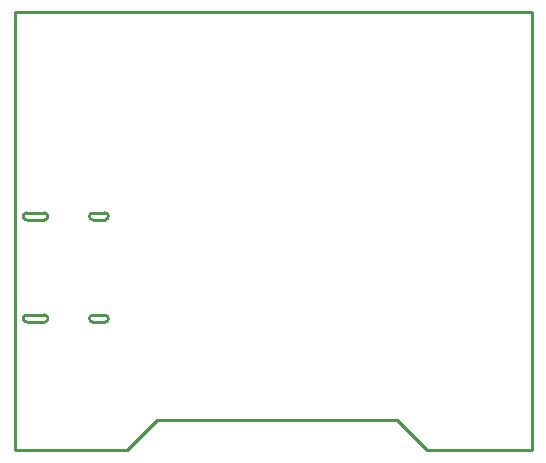
<source format=gm1>
G04 Layer_Color=16711935*
%FSLAX25Y25*%
%MOIN*%
G70*
G01*
G75*
%ADD18C,0.01000*%
%ADD48C,0.00787*%
D18*
X126160Y179189D02*
G03*
X126160Y176827I0J-1181D01*
G01*
X130097D02*
G03*
X130097Y179189I0J1181D01*
G01*
X104073Y145173D02*
G03*
X104073Y142811I0J-1181D01*
G01*
X109979D02*
G03*
X109979Y145173I0J1181D01*
G01*
X109979Y176827D02*
G03*
X109979Y179189I0J1181D01*
G01*
X104073D02*
G03*
X104073Y176827I0J-1181D01*
G01*
X130097Y142772D02*
G03*
X130097Y145134I0J1181D01*
G01*
X126160D02*
G03*
X126160Y142772I0J-1181D01*
G01*
X109979Y142811D02*
G03*
X109979Y145173I0J1181D01*
G01*
X104073D02*
G03*
X104073Y142811I0J-1181D01*
G01*
X104073Y179189D02*
G03*
X104073Y176827I0J-1181D01*
G01*
X109979D02*
G03*
X109979Y179189I0J1181D01*
G01*
X130097Y176827D02*
G03*
X130097Y179189I0J1181D01*
G01*
X126160D02*
G03*
X126160Y176827I0J-1181D01*
G01*
Y145134D02*
G03*
X126160Y142772I0J-1181D01*
G01*
X130097D02*
G03*
X130097Y145134I0J1181D01*
G01*
X126160Y176827D02*
X130097D01*
X126160Y179189D02*
X130097D01*
X104073Y142811D02*
X109979D01*
X104073Y145173D02*
X109979D01*
X104073Y179189D02*
X109979D01*
X104073Y176827D02*
X109979D01*
X126160Y145134D02*
X130097D01*
X126160Y142772D02*
X130097D01*
X137500Y100000D02*
X147500Y110000D01*
X237500Y100000D02*
X272500D01*
X227500Y110000D02*
X237500Y100000D01*
X100000D02*
X137500D01*
X100000D02*
Y246000D01*
X147500Y110000D02*
X227500D01*
X100000Y246000D02*
X272500D01*
Y100000D02*
Y246000D01*
X104073Y145173D02*
X109979D01*
X104073Y142811D02*
X109979D01*
X104073Y176827D02*
X109979D01*
X104073Y179189D02*
X109979D01*
X126160Y179189D02*
X130097D01*
X126160Y176827D02*
X130097D01*
X126160Y142772D02*
X130097D01*
X126160Y145134D02*
X130097D01*
D48*
X100057Y143992D02*
Y178008D01*
M02*

</source>
